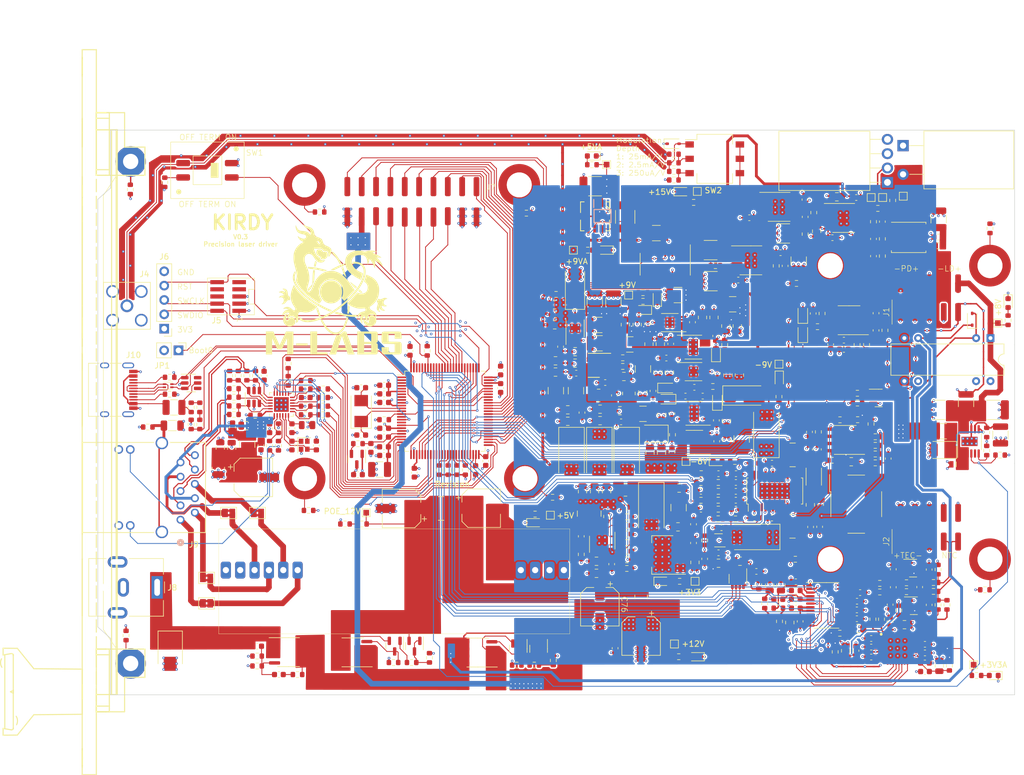
<source format=kicad_pcb>
(kicad_pcb (version 20221018) (generator pcbnew)

  (general
    (thickness 1.6)
  )

  (paper "A4")
  (layers
    (0 "F.Cu" jumper)
    (1 "In1.Cu" signal)
    (2 "In2.Cu" signal)
    (31 "B.Cu" signal)
    (32 "B.Adhes" user "B.Adhesive")
    (33 "F.Adhes" user "F.Adhesive")
    (34 "B.Paste" user)
    (35 "F.Paste" user)
    (36 "B.SilkS" user "B.Silkscreen")
    (37 "F.SilkS" user "F.Silkscreen")
    (38 "B.Mask" user)
    (39 "F.Mask" user)
    (40 "Dwgs.User" user "User.Drawings")
    (41 "Cmts.User" user "User.Comments")
    (42 "Eco1.User" user "User.Eco1")
    (43 "Eco2.User" user "User.Eco2")
    (44 "Edge.Cuts" user)
    (45 "Margin" user)
    (46 "B.CrtYd" user "B.Courtyard")
    (47 "F.CrtYd" user "F.Courtyard")
    (48 "B.Fab" user)
    (49 "F.Fab" user)
    (50 "User.1" user)
    (51 "User.2" user)
    (52 "User.3" user)
    (53 "User.4" user)
    (54 "User.5" user)
    (55 "User.6" user)
    (56 "User.7" user)
    (57 "User.8" user)
    (58 "User.9" user)
  )

  (setup
    (stackup
      (layer "F.SilkS" (type "Top Silk Screen"))
      (layer "F.Paste" (type "Top Solder Paste"))
      (layer "F.Mask" (type "Top Solder Mask") (thickness 0.01))
      (layer "F.Cu" (type "copper") (thickness 0.035))
      (layer "dielectric 1" (type "core") (thickness 0.48) (material "FR4") (epsilon_r 4.5) (loss_tangent 0.02))
      (layer "In1.Cu" (type "copper") (thickness 0.035))
      (layer "dielectric 2" (type "prepreg") (thickness 0.48) (material "FR4") (epsilon_r 4.5) (loss_tangent 0.02))
      (layer "In2.Cu" (type "copper") (thickness 0.035))
      (layer "dielectric 3" (type "core") (thickness 0.48) (material "FR4") (epsilon_r 4.5) (loss_tangent 0.02))
      (layer "B.Cu" (type "copper") (thickness 0.035))
      (layer "B.Mask" (type "Bottom Solder Mask") (thickness 0.01))
      (layer "B.Paste" (type "Bottom Solder Paste"))
      (layer "B.SilkS" (type "Bottom Silk Screen"))
      (copper_finish "ENIG")
      (dielectric_constraints no)
    )
    (pad_to_mask_clearance 0)
    (pcbplotparams
      (layerselection 0x00010fc_ffffffff)
      (plot_on_all_layers_selection 0x0000000_00000000)
      (disableapertmacros false)
      (usegerberextensions true)
      (usegerberattributes false)
      (usegerberadvancedattributes false)
      (creategerberjobfile true)
      (dashed_line_dash_ratio 12.000000)
      (dashed_line_gap_ratio 3.000000)
      (svgprecision 6)
      (plotframeref false)
      (viasonmask false)
      (mode 1)
      (useauxorigin false)
      (hpglpennumber 1)
      (hpglpenspeed 20)
      (hpglpendiameter 15.000000)
      (dxfpolygonmode true)
      (dxfimperialunits true)
      (dxfusepcbnewfont true)
      (psnegative false)
      (psa4output false)
      (plotreference false)
      (plotvalue false)
      (plotinvisibletext false)
      (sketchpadsonfab false)
      (subtractmaskfromsilk true)
      (outputformat 1)
      (mirror false)
      (drillshape 0)
      (scaleselection 1)
      (outputdirectory "gerbers")
    )
  )

  (net 0 "")
  (net 1 "+5VA")
  (net 2 "GND")
  (net 3 "Net-(U4-OUT)")
  (net 4 "Net-(U5--)")
  (net 5 "Net-(U3-VOUT_F)")
  (net 6 "Net-(C7-Pad2)")
  (net 7 "+9VA")
  (net 8 "-6V")
  (net 9 "+15V")
  (net 10 "Net-(U2-+)")
  (net 11 "Net-(U2--)")
  (net 12 "/MCU/PD_MON")
  (net 13 "Net-(C10-Pad1)")
  (net 14 "Net-(C10-Pad2)")
  (net 15 "Net-(C12-Pad1)")
  (net 16 "+3V3")
  (net 17 "Net-(U5-+)")
  (net 18 "Net-(Q2-G)")
  (net 19 "/MCU/VREF")
  (net 20 "+12V")
  (net 21 "Net-(C17-Pad2)")
  (net 22 "Net-(C24-Pad1)")
  (net 23 "Net-(C24-Pad2)")
  (net 24 "Net-(C27-Pad1)")
  (net 25 "/driveStage/PD_C")
  (net 26 "Net-(U7B-+)")
  (net 27 "-9V")
  (net 28 "IN")
  (net 29 "Net-(U9-VCAP_1)")
  (net 30 "Net-(U9-VCAP_2)")
  (net 31 "Net-(U9-PH0)")
  (net 32 "Net-(U9-PH1)")
  (net 33 "Net-(C51-Pad1)")
  (net 34 "/MCU/VDDA")
  (net 35 "Net-(U12-PGFB)")
  (net 36 "Net-(D5-A)")
  (net 37 "Net-(C81-Pad1)")
  (net 38 "Net-(D13-K)")
  (net 39 "Net-(U16-C+)")
  (net 40 "+9V")
  (net 41 "+8V")
  (net 42 "+3.3VA")
  (net 43 "/thermostat/DAC_REF")
  (net 44 "Net-(U16-C-)")
  (net 45 "Net-(D7-A)")
  (net 46 "Net-(D14-K)")
  (net 47 "/thermostat/MAXV")
  (net 48 "/thermostat/MAXIP")
  (net 49 "/thermostat/MAXIN")
  (net 50 "Net-(U11-EN{slash}UV)")
  (net 51 "Net-(U17-EN{slash}UV)")
  (net 52 "Net-(U13-EN{slash}UV)")
  (net 53 "/MCU/TEC_ISEN")
  (net 54 "Net-(U15-EN{slash}UV)")
  (net 55 "/thermostat/TEC_VREF")
  (net 56 "Net-(U14-EN{slash}UV)")
  (net 57 "Net-(U11-SET)")
  (net 58 "Net-(U17-SET)")
  (net 59 "+5V")
  (net 60 "Net-(U12-SET)")
  (net 61 "Net-(U13-SET)")
  (net 62 "Net-(U14-SET)")
  (net 63 "Net-(U15-SET)")
  (net 64 "Net-(C119-Pad1)")
  (net 65 "Net-(U19-CS)")
  (net 66 "Net-(U19-CTLI)")
  (net 67 "Net-(U19-OS2)")
  (net 68 "Net-(U19-COMP)")
  (net 69 "Net-(C132-Pad1)")
  (net 70 "Net-(U21-+)")
  (net 71 "Net-(C144-Pad2)")
  (net 72 "Net-(C145-Pad2)")
  (net 73 "/Ehternet/AVDDT_PHY")
  (net 74 "/Ehternet/ETH_SHIELD")
  (net 75 "Net-(U22-REFOUT)")
  (net 76 "Net-(C151-Pad2)")
  (net 77 "/MCU/RST")
  (net 78 "Net-(C152-Pad2)")
  (net 79 "/thermostat/TEC+")
  (net 80 "/thermostat/TEC-")
  (net 81 "Net-(U22-REGCAPD)")
  (net 82 "/MCU/USB_DP")
  (net 83 "/MCU/USB_DN")
  (net 84 "/MCU/SWDIO")
  (net 85 "/MCU/SWCLK")
  (net 86 "Net-(U22-REGCAPA)")
  (net 87 "/digital supply/+12V_Barrel_Jack")
  (net 88 "Net-(Q4-G)")
  (net 89 "Net-(U23-REGCAPA)")
  (net 90 "Net-(U23-REGCAPD)")
  (net 91 "Net-(Q3-G)")
  (net 92 "Net-(C176-Pad2)")
  (net 93 "Net-(C177-Pad1)")
  (net 94 "/driveStage/LD-")
  (net 95 "/thermostat/NTC+")
  (net 96 "/thermostat/NTC-")
  (net 97 "Net-(U26-BOOT)")
  (net 98 "Net-(C181-Pad2)")
  (net 99 "Net-(U26-VIN)")
  (net 100 "Net-(U25-VI)")
  (net 101 "Net-(FL2-Pad4)")
  (net 102 "Net-(FL2-Pad1)")
  (net 103 "Net-(C194-Pad1)")
  (net 104 "/MCU/PWM_MAXV")
  (net 105 "/MCU/PWM_MAXIP")
  (net 106 "/MCU/PWM_MAXIN")
  (net 107 "Net-(U26-SS{slash}TR)")
  (net 108 "Net-(U26-COMP)")
  (net 109 "Net-(C199-Pad1)")
  (net 110 "/MCU/TEC_VSEN")
  (net 111 "/Ehternet/POE_VC2-")
  (net 112 "/Ehternet/POE_VC1-")
  (net 113 "/MCU/POE_PWR_SRC")
  (net 114 "/Ehternet/RMII_RXD0")
  (net 115 "/Ehternet/POE_VC2+")
  (net 116 "/Ehternet/RMII_RXD1")
  (net 117 "/Ehternet/POE_VC1+")
  (net 118 "/Ehternet/RMII_CRS_DV")
  (net 119 "/Ehternet/RMII_REF_CLK")
  (net 120 "/Ehternet/RMII_MDIO")
  (net 121 "Net-(J9-Pad11)")
  (net 122 "/Ehternet/ETH_LED_1")
  (net 123 "Net-(J9-Pad13)")
  (net 124 "/Ehternet/PHY_TD_P")
  (net 125 "/Ehternet/PHY_TD_N")
  (net 126 "/Ehternet/PHY_RD_P")
  (net 127 "/Ehternet/PHY_RD_N")
  (net 128 "/Ehternet/ETH_LED_2")
  (net 129 "unconnected-(J10-SBU2-PadB8)")
  (net 130 "Net-(J10-CC2)")
  (net 131 "/MCU/USB_VBUS")
  (net 132 "/MCU/LDAC_LOAD")
  (net 133 "/MCU/LDAC_CLK")
  (net 134 "/MCU/LDAC_MOSI")
  (net 135 "/MCU/LDAC_CS")
  (net 136 "/MCU/TADC_SYNC")
  (net 137 "/MCU/TADC_MISO")
  (net 138 "/MCU/TDAC_MOSI")
  (net 139 "/MCU/TADC_CLK")
  (net 140 "/MCU/TDAC_CLK")
  (net 141 "/MCU/TADC_CS")
  (net 142 "/MCU/TDAC_SYNC")
  (net 143 "/MCU/TADC_MOSI")
  (net 144 "unconnected-(J10-SBU1-PadA8)")
  (net 145 "Net-(J10-CC1)")
  (net 146 "Net-(JP1-A)")
  (net 147 "Net-(JP2-B)")
  (net 148 "Net-(JP3-B)")
  (net 149 "Net-(JP4-B)")
  (net 150 "Net-(JP5-B)")
  (net 151 "Net-(U28-VDDCR)")
  (net 152 "Net-(Q9-E)")
  (net 153 "Net-(Q1-G)")
  (net 154 "Net-(Q2-S-Pad1)")
  (net 155 "Net-(U28-XTAL2)")
  (net 156 "Net-(Q5-G)")
  (net 157 "/Ehternet/RMII_MDC")
  (net 158 "/Ehternet/PHY_NRST")
  (net 159 "Net-(Q6-B)")
  (net 160 "Net-(Q7-B)")
  (net 161 "Net-(U28-XTAL1)")
  (net 162 "Net-(Q9-B)")
  (net 163 "Net-(D1-A)")
  (net 164 "/Ehternet/RMII_TX_EN")
  (net 165 "/Ehternet/RMII_TXD0")
  (net 166 "/Ehternet/RMII_TXD1")
  (net 167 "Net-(D2-A2)")
  (net 168 "Net-(D6-A)")
  (net 169 "Net-(D8-A)")
  (net 170 "Net-(D9-A)")
  (net 171 "Net-(D10-A)")
  (net 172 "Net-(FB10-Pad1)")
  (net 173 "Net-(U29-VBUS)")
  (net 174 "Net-(U19-OS1)")
  (net 175 "unconnected-(J5-Pin_6-Pad6)")
  (net 176 "Net-(U10-SET)")
  (net 177 "unconnected-(J5-Pin_7-Pad7)")
  (net 178 "Net-(U20B--)")
  (net 179 "unconnected-(J5-Pin_8-Pad8)")
  (net 180 "unconnected-(J5-Pin_9-Pad9)")
  (net 181 "Net-(L5-Pad1)")
  (net 182 "Net-(L6-Pad1)")
  (net 183 "unconnected-(K1-Pad14)")
  (net 184 "Net-(U20A-+)")
  (net 185 "Net-(U20A--)")
  (net 186 "Net-(Q8-B)")
  (net 187 "Net-(R10-Pad2)")
  (net 188 "Net-(R11-Pad2)")
  (net 189 "Net-(U1--)")
  (net 190 "Net-(R24-Pad2)")
  (net 191 "unconnected-(R24-Pad3)")
  (net 192 "Net-(U7B--)")
  (net 193 "Net-(U8-OUT)")
  (net 194 "Net-(U9-PE8)")
  (net 195 "Net-(U9-PE9)")
  (net 196 "Net-(U9-PE10)")
  (net 197 "Net-(U9-PE11)")
  (net 198 "Net-(R42-Pad1)")
  (net 199 "Net-(U12-ILIM)")
  (net 200 "Net-(U18-VFB)")
  (net 201 "Net-(R74-Pad2)")
  (net 202 "Net-(U21--)")
  (net 203 "Net-(U22-AIN0)")
  (net 204 "Net-(U22-AIN1)")
  (net 205 "Net-(U23-AIN0{slash}REF2-)")
  (net 206 "Net-(U23-AIN1{slash}REF2+)")
  (net 207 "/MCU/LD_EN")
  (net 208 "Net-(U26-EN)")
  (net 209 "Net-(U26-VSENSE)")
  (net 210 "Net-(U26-RT{slash}CLK)")
  (net 211 "Net-(U28-RXD0)")
  (net 212 "/MCU/TEC_~{SHDN}")
  (net 213 "/MCU/~{LD_SHORT}")
  (net 214 "Net-(U28-RXD1)")
  (net 215 "Net-(U28-CRS_DV)")
  (net 216 "Net-(U28-nINT)")
  (net 217 "Net-(U28-RXER)")
  (net 218 "Net-(U28-RBIAS)")
  (net 219 "Net-(R140-Pad2)")
  (net 220 "Net-(R141-Pad1)")
  (net 221 "Net-(U1-+)")
  (net 222 "Net-(U3-VOUT_S)")
  (net 223 "unconnected-(U4-RFB-Pad1)")
  (net 224 "12Vin")
  (net 225 "unconnected-(U4-NC-Pad9)")
  (net 226 "unconnected-(U4-INV-Pad13)")
  (net 227 "unconnected-(U9-PE2-Pad1)")
  (net 228 "unconnected-(U9-PE3-Pad2)")
  (net 229 "unconnected-(U9-PE4-Pad3)")
  (net 230 "unconnected-(U10-ILIM-Pad5)")
  (net 231 "unconnected-(U11-PG-Pad4)")
  (net 232 "unconnected-(U12-PG-Pad5)")
  (net 233 "unconnected-(U9-PE5-Pad4)")
  (net 234 "unconnected-(U9-PE6-Pad5)")
  (net 235 "unconnected-(U14-PG-Pad4)")
  (net 236 "unconnected-(U15-PG-Pad4)")
  (net 237 "unconnected-(U9-PC13-Pad7)")
  (net 238 "unconnected-(U9-PC14-Pad8)")
  (net 239 "unconnected-(U9-PC15-Pad9)")
  (net 240 "unconnected-(U9-PC0-Pad15)")
  (net 241 "unconnected-(U9-PC2-Pad17)")
  (net 242 "unconnected-(U9-PB2-Pad37)")
  (net 243 "unconnected-(U9-PE7-Pad38)")
  (net 244 "unconnected-(U9-PE12-Pad43)")
  (net 245 "unconnected-(U9-PE13-Pad44)")
  (net 246 "unconnected-(U9-PE14-Pad45)")
  (net 247 "unconnected-(U9-PE15-Pad46)")
  (net 248 "unconnected-(U9-PA8-Pad67)")
  (net 249 "unconnected-(U9-PA10-Pad69)")
  (net 250 "unconnected-(U9-PB9-Pad96)")
  (net 251 "unconnected-(U9-PE0-Pad97)")
  (net 252 "unconnected-(U9-PE1-Pad98)")
  (net 253 "unconnected-(U13-PG-Pad5)")
  (net 254 "unconnected-(U15-VIOC-Pad7)")
  (net 255 "unconnected-(U16-NC-Pad1)")
  (net 256 "unconnected-(U16-NC-Pad3)")
  (net 257 "unconnected-(U16-NC-Pad6)")
  (net 258 "unconnected-(U16-NC-Pad7)")
  (net 259 "unconnected-(U16-NC-Pad12)")
  (net 260 "unconnected-(U17-PG-Pad4)")
  (net 261 "Net-(U19-ITEC)")
  (net 262 "unconnected-(U22-XTAL1-Pad9)")
  (net 263 "unconnected-(U22-XTAL2{slash}CLKIO-Pad10)")
  (net 264 "/Ehternet/RJ45_RD_N")
  (net 265 "/Ehternet/RJ45_RD_P")
  (net 266 "/Ehternet/RJ45_TD_N")
  (net 267 "/Ehternet/RJ45_TD_P")
  (net 268 "/thermostat/ADC1_REF")
  (net 269 "/thermostat/ADC1_A3V3")
  (net 270 "/thermostat/ADC1_D3V3")
  (net 271 "/thermostat/ADC2_D3V3")
  (net 272 "/thermostat/ADC2_A3V3")
  (net 273 "/thermostat/ADC2_REF")
  (net 274 "unconnected-(U22-GPIO0-Pad19)")
  (net 275 "unconnected-(U22-GPIO1-Pad20)")
  (net 276 "Net-(C126-Pad1)")
  (net 277 "unconnected-(U23-DNC-Pad3)")
  (net 278 "unconnected-(U23-PDSW-Pad8)")
  (net 279 "unconnected-(U23-XTAL1-Pad9)")
  (net 280 "unconnected-(U23-XTAL2{slash}CLKIO-Pad10)")
  (net 281 "unconnected-(U23-~{ERROR}-Pad15)")
  (net 282 "unconnected-(U23-GPIO0-Pad20)")
  (net 283 "unconnected-(U23-GPIO1-Pad21)")
  (net 284 "unconnected-(U23-GPIO2-Pad22)")
  (net 285 "unconnected-(U23-AIN2-Pad23)")
  (net 286 "Net-(C208-Pad1)")
  (net 287 "Net-(R7-Pad2)")
  (net 288 "unconnected-(U23-AIN3-Pad24)")
  (net 289 "unconnected-(U23-AIN4-Pad25)")
  (net 290 "unconnected-(U23-AIN5-Pad26)")
  (net 291 "unconnected-(U23-AIN6-Pad27)")
  (net 292 "unconnected-(U23-AIN7-Pad28)")
  (net 293 "unconnected-(U23-AIN8-Pad29)")
  (net 294 "/MCU/TERM_STAT")
  (net 295 "Net-(MH1-Pad1)")
  (net 296 "Net-(MH1-Pad2)")
  (net 297 "/thermostat/TEC_REF")
  (net 298 "Net-(D12-A)")
  (net 299 "Net-(D13-A)")
  (net 300 "unconnected-(U23-GPO3-Pad30)")
  (net 301 "Net-(D15-A)")
  (net 302 "unconnected-(U24-NC-Pad1)")
  (net 303 "unconnected-(U24-NC-Pad2)")
  (net 304 "unconnected-(U26-PWRGD-Pad14)")
  (net 305 "Net-(D19-A)")
  (net 306 "Net-(D20-A)")
  (net 307 "Net-(D21-A)")
  (net 308 "Net-(D11-A)")
  (net 309 "/digital supply/POE_12V")
  (net 310 "unconnected-(U29-I{slash}O3-Pad4)")
  (net 311 "unconnected-(U29-I{slash}O4-Pad6)")
  (net 312 "Net-(H2-Pad1)")
  (net 313 "Net-(H1-Pad1)")
  (net 314 "Net-(H4-Pad1)")
  (net 315 "Net-(H3-Pad1)")
  (net 316 "Net-(H5-Pad1)")
  (net 317 "Net-(H6-Pad1)")
  (net 318 "Net-(H7-Pad1)")
  (net 319 "Net-(H8-Pad1)")
  (net 320 "/MCU/PC9")
  (net 321 "/MCU/PC8")
  (net 322 "/MCU/PC7")
  (net 323 "/MCU/PD1")
  (net 324 "/MCU/PC6")
  (net 325 "/MCU/PD2")
  (net 326 "/MCU/PD15")
  (net 327 "/MCU/PD3")
  (net 328 "/MCU/PD14")
  (net 329 "/MCU/PD4")
  (net 330 "/MCU/PD13")
  (net 331 "/MCU/PD5")
  (net 332 "/MCU/PD12")
  (net 333 "/MCU/PD6")
  (net 334 "/MCU/PD11")
  (net 335 "/MCU/PD10")

  (footprint "Resistor_SMD:R_0603_1608Metric" (layer "F.Cu") (at 34.544 45.8338 180))

  (footprint "Resistor_SMD:R_0603_1608Metric" (layer "F.Cu") (at 56.4434 93.4499 90))

  (footprint "Capacitor_SMD:C_0603_1608Metric" (layer "F.Cu") (at 79.65 38.35 -90))

  (footprint "Capacitor_SMD:C_0603_1608Metric" (layer "F.Cu") (at 34.544 47.3578))

  (footprint "Capacitor_SMD:C_0603_1608Metric" (layer "F.Cu") (at 138.5316 80.9498 90))

  (footprint "Package_TO_SOT_SMD:SOT-23" (layer "F.Cu") (at 50.2882 91.3874 -90))

  (footprint "Capacitor_SMD:C_0805_2012Metric" (layer "F.Cu") (at 103.4288 76.5556 -90))

  (footprint "Inductor_SMD:L_1210_3225Metric" (layer "F.Cu") (at 47.617 60.0964))

  (footprint "Capacitor_SMD:C_0603_1608Metric" (layer "F.Cu") (at 104.4956 63.9706 180))

  (footprint "Resistor_SMD:R_0603_1608Metric" (layer "F.Cu") (at 118.3 47.2 -90))

  (footprint "Resistor_SMD:R_0603_1608Metric" (layer "F.Cu") (at 73.6 14.7 180))

  (footprint "Capacitor_SMD:C_0805_2012Metric" (layer "F.Cu") (at 107.6 76.7))

  (footprint "Capacitor_SMD:C_0603_1608Metric" (layer "F.Cu") (at 137.6328 58.1658 90))

  (footprint "Package_QFP:LQFP-100_14x14mm_P0.5mm" (layer "F.Cu") (at 59.182 49.7798))

  (footprint "Capacitor_SMD:C_0603_1608Metric" (layer "F.Cu") (at 104.4956 67.1332 180))

  (footprint "Resistor_SMD:R_0603_1608Metric" (layer "F.Cu") (at 33.0955 96.414))

  (footprint "Capacitor_SMD:C_0805_2012Metric" (layer "F.Cu") (at 78.75 42.85))

  (footprint "Resistor_SMD:R_0603_1608Metric" (layer "F.Cu") (at 37.6308 47.3578 180))

  (footprint "Inductor_SMD:L_1008_2520Metric" (layer "F.Cu") (at 91.7448 46.6344 -90))

  (footprint "Capacitor_SMD:C_0603_1608Metric" (layer "F.Cu") (at 110.6875 60.8397))

  (footprint "Capacitor_SMD:C_0805_2012Metric" (layer "F.Cu") (at 94.1832 46.3922 -90))

  (footprint "Resistor_SMD:R_0603_1608Metric" (layer "F.Cu") (at 115.7754 83.822 -90))

  (footprint "Resistor_SMD:R_0603_1608Metric" (layer "F.Cu") (at 37.6308 45.8338 180))

  (footprint "Resistor_SMD:R_0603_1608Metric" (layer "F.Cu") (at 129.075 89.1 180))

  (footprint "Resistor_SMD:R_0603_1608Metric" (layer "F.Cu") (at 104.4956 62.3984))

  (footprint "Resistor_SMD:R_0603_1608Metric" (layer "F.Cu") (at 78.36 93.918 90))

  (footprint "Capacitor_SMD:C_0603_1608Metric" (layer "F.Cu") (at 135.0256 22.3134 -90))

  (footprint "Capacitor_SMD:C_0603_1608Metric" (layer "F.Cu") (at 99.3394 50.1786 90))

  (footprint "Diode_SMD:D_SMB" (layer "F.Cu") (at 10.5615 92.364 -90))

  (footprint "Capacitor_SMD:C_0603_1608Metric" (layer "F.Cu") (at 78.8126 32.7046 180))

  (footprint "Resistor_SMD:R_0603_1608Metric" (layer "F.Cu") (at 21.844 50.355))

  (footprint "Resistor_SMD:R_0603_1608Metric" (layer "F.Cu") (at 155.65 17.4 -90))

  (footprint "Resistor_SMD:R_0603_1608Metric" (layer "F.Cu") (at 132.1793 46.6024))

  (footprint "Capacitor_SMD:C_0805_2012Metric" (layer "F.Cu") (at 82.2198 41.2662 180))

  (footprint "Package_SO:SOIC-8-1EP_3.9x4.9mm_P1.27mm_EP2.29x3mm" (layer "F.Cu") (at 118.325 13.585))

  (footprint "Capacitor_SMD:C_0805_2012Metric" (layer "F.Cu") (at 86.0044 76.3524 180))

  (footprint "Package_TO_SOT_SMD:SOT-23-6" (layer "F.Cu") (at 25.4 47.2562 90))

  (footprint "Resistor_SMD:R_0603_1608Metric" (layer "F.Cu") (at 158.85 33.675 -90))

  (footprint "LED_SMD:LED_0603_1608Metric" (layer "F.Cu") (at 96.774 29.718 90))

  (footprint "Connector_BarrelJack:BarrelJack_CUI_PJ-063AH_Horizontal" (layer "F.Cu") (at 8.25 80.9732 -90))

  (footprint "TestPoint:TestPoint_Pad_1.0x1.0mm" (layer "F.Cu") (at 77.8375 68.2 -90))

  (footprint "Capacitor_SMD:C_1812_4532Metric" (layer "F.Cu") (at 156.2338 49.5436))

  (footprint "Resistor_SMD:R_0603_1608Metric" (layer "F.Cu") (at 136.144 81.788))

  (footprint "Capacitor_SMD:C_0603_1608Metric" (layer "F.Cu")
    (tstamp 1659fee2-7944-43c5-940b-bd833df9c6f1)
    (at 144.137 91.059)
    (descr "Capacitor SMD 0603 (1608 Metric), square (rectangular) end terminal, IPC_7351 nominal, (Body size source: IPC-SM-782 page 76, https://www.pcb-3d.com/wordpress/wp-content/uploads/ipc-sm-782a_amendment_1_and_2.pdf), generated with kicad-footprint-generator")
    (tags "capacitor")
    (property "MFR_PN" "CL10B105KA8NNNC")
    (property "MFR_PN_ALT" "CGA3E1X7R1E105K080AC")
    (property "Sheetfile" "thermostat.kicad_sch")
    (property "Sheetname" "thermostat")
    (property "dnp" "")
    (property "ki_description" "Unpolarized capacitor")
    (property "ki_keywords" "cap capacitor")
    (path "/bda728c0-b189-4e05-8d4f-58a38acf883b/affb5156-15d1-4ad0-b5c1-8c16048566da")
    (attr smd)
    (fp_text reference "C173" (at 0 -1.43) (layer "F.SilkS") hide
        (effects (font (size 1 1) (thickness 0.15)))
      (tstamp b9472ce7-6b1f-46bf-9cef-9c67931a6a99)
    )
    (fp_text value "1u" (at 0 1.43) (layer "F.Fab")
        (effects (font (size 1 1) (thickness 0.15)))
      (tstamp 9ed96773-f8bc-48d8-a3f9-9de9720dd41e)
    )
    (fp_text user "${REFERENCE}" (at 0 0) (layer "F.Fab")
        (effects (font (size 0.4 0.4) (thickness 0.06)))
      (tstamp 7da7e0e1-a000-475d-8873-a721b845d97e)
    )
    (fp_line (start -0.14058 -0.51) (end 0.14058 -0.51)
      (stroke (width 0.12) (type solid)) (layer "F.SilkS") (tstamp 7732a5e0-ebc5-4382-bb49-b39baed3abed))
    (fp_line (start -0.14058 0.51) (end 0.14058 0.51)
      (stroke (width 0.12) (type solid)) (layer "F.SilkS") (tstamp 5b134ca2-789b-4a64-8182-78cd1ff153bf))
    (fp_line (start -1.48 -0.73) (end 1.48 -0.73)
      (stroke (width 0.05) (type solid)) (layer "F.CrtYd") (tstamp 9ae6f399-8b83-4cd1-8fd6-f09dcb5356e5))
    (fp_line (start -1.48 0.73) (end -1.48 -0.73)
      (stroke (width 0.05) (type solid)) (layer "F.CrtYd") (tstamp 2836024b-b326-49fb-b647-0db1d5083f49))
    (fp_line (start 1.48 -0.73) (end 1.48 0.73)
      (stroke (width 0.05) (type solid)) (layer "F.CrtYd") (tstamp 221d4a7f-7660-4251-8ac2-71f81edf8c8d))
    (fp_line (start 1.48 0.73) (end -1.48 0.73)
      (stroke (width 0.05) (type solid)) (layer "F.CrtYd") (tstamp cf0a3d49-36e5-456c-a584-1997f0841408))
    (fp_line (start -0.8 -0.4) (end 0.8 -0.4)
      (stroke (width 0.1) (type solid)) (layer "F.Fab") (tstamp 65792efa-77af-4852-b8b4-bfaadffc03db))
    (fp_l
... [6061080 chars truncated]
</source>
